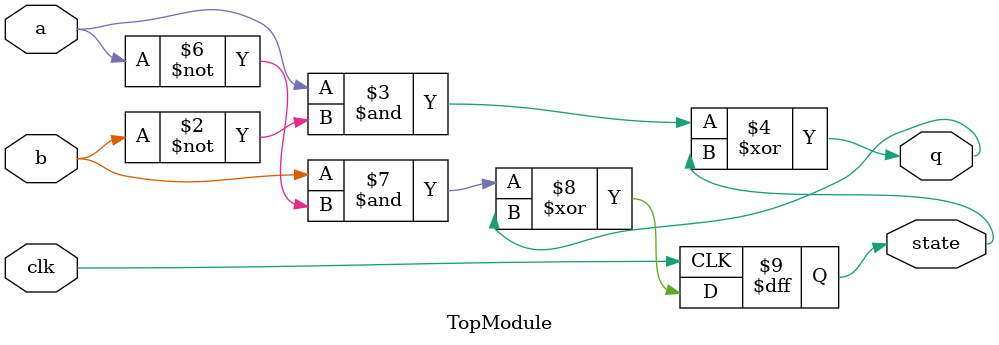
<source format=sv>
module TopModule (
    input logic clk,
    input logic a,
    input logic b,
    output logic q,
    output logic state
);

    always @(*) begin
        q = (a & ~b) ^ state;
    end

    always @(posedge clk) begin
        state <= (b & ~a) ^ q;
    end

endmodule

// VERILOG-EVAL: response did not use [BEGIN]/[DONE] correctly
</source>
